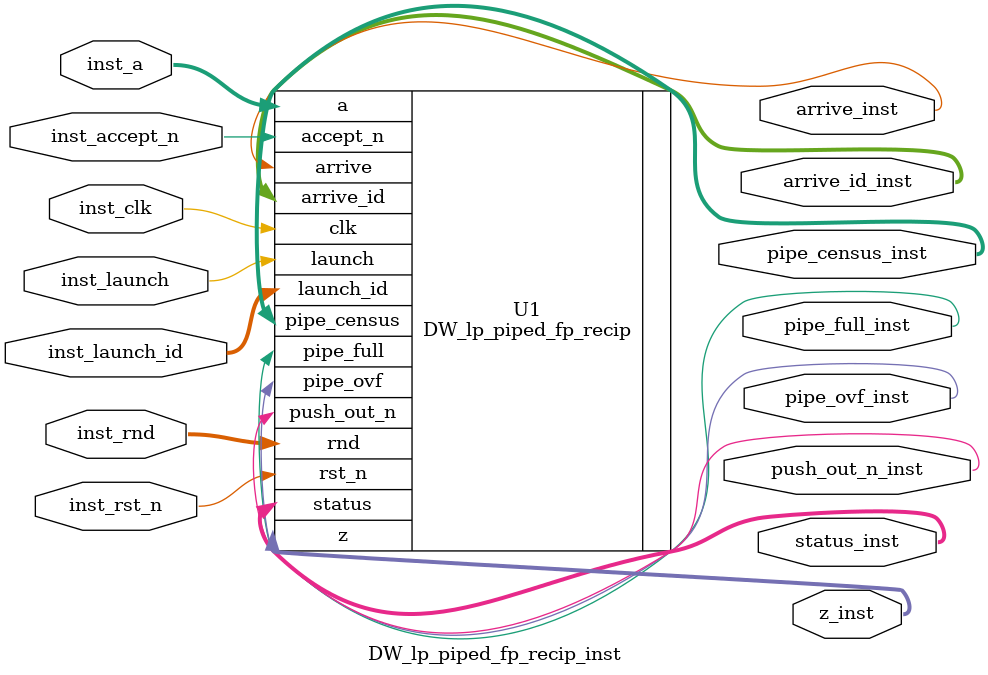
<source format=v>
module DW_lp_piped_fp_recip_inst( inst_clk, inst_rst_n, inst_a, inst_rnd, z_inst, 
		status_inst, inst_launch, inst_launch_id, pipe_full_inst, pipe_ovf_inst, 
		inst_accept_n, arrive_inst, arrive_id_inst, push_out_n_inst, pipe_census_inst );

parameter sig_width = 23;
parameter exp_width = 8;
parameter ieee_compliance = 0;
parameter faithful_round = 0;
parameter op_iso_mode = 0;
parameter id_width = 8;
parameter in_reg = 0;
parameter stages = 4;
parameter out_reg = 0;
parameter no_pm = 1;
parameter rst_mode = 0;


`define t1 4
`define bit_width 2

input inst_clk;
input inst_rst_n;
input [sig_width+exp_width : 0] inst_a;
input [2 : 0] inst_rnd;
output [sig_width+exp_width : 0] z_inst;
output [7 : 0] status_inst;
input inst_launch;
input [id_width-1 : 0] inst_launch_id;
output pipe_full_inst;
output pipe_ovf_inst;
input inst_accept_n;
output arrive_inst;
output [id_width-1 : 0] arrive_id_inst;
output push_out_n_inst;
output [(`bit_width)-1 : 0] pipe_census_inst;

    // Instance of DW_lp_piped_fp_recip
    DW_lp_piped_fp_recip #(sig_width,
             exp_width,
             ieee_compliance,
             faithful_round,
             op_iso_mode,
             id_width,
             in_reg,
             stages,
             out_reg,
             no_pm,
             rst_mode)
	  U1 ( .clk(inst_clk),
             .rst_n(inst_rst_n),
             .a(inst_a),
             .rnd(inst_rnd),
             .z(z_inst),
             .status(status_inst),
             .launch(inst_launch),
             .launch_id(inst_launch_id),
             .pipe_full(pipe_full_inst),
             .pipe_ovf(pipe_ovf_inst),
             .accept_n(inst_accept_n),
             .arrive(arrive_inst),
             .arrive_id(arrive_id_inst),
             .push_out_n(push_out_n_inst),
             .pipe_census(pipe_census_inst) );

endmodule

</source>
